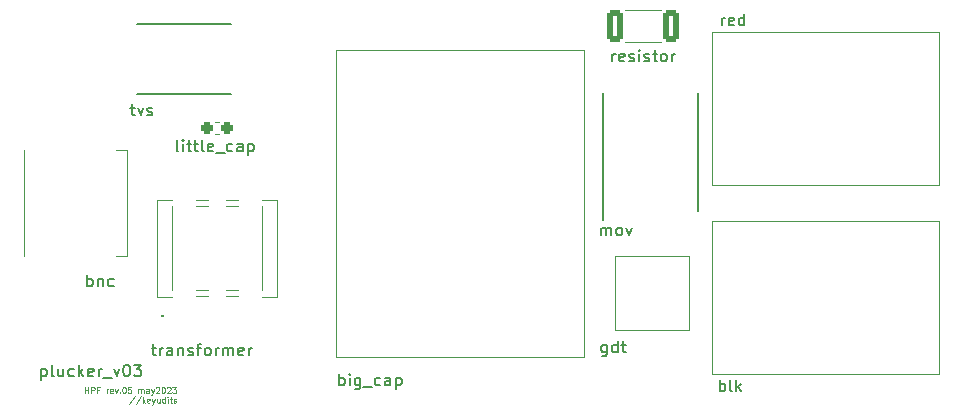
<source format=gto>
G04 #@! TF.GenerationSoftware,KiCad,Pcbnew,(6.0.9-0)*
G04 #@! TF.CreationDate,2023-06-22T13:59:50-04:00*
G04 #@! TF.ProjectId,plucker_v03,706c7563-6b65-4725-9f76-30332e6b6963,rev?*
G04 #@! TF.SameCoordinates,Original*
G04 #@! TF.FileFunction,Legend,Top*
G04 #@! TF.FilePolarity,Positive*
%FSLAX46Y46*%
G04 Gerber Fmt 4.6, Leading zero omitted, Abs format (unit mm)*
G04 Created by KiCad (PCBNEW (6.0.9-0)) date 2023-06-22 13:59:50*
%MOMM*%
%LPD*%
G01*
G04 APERTURE LIST*
G04 Aperture macros list*
%AMRoundRect*
0 Rectangle with rounded corners*
0 $1 Rounding radius*
0 $2 $3 $4 $5 $6 $7 $8 $9 X,Y pos of 4 corners*
0 Add a 4 corners polygon primitive as box body*
4,1,4,$2,$3,$4,$5,$6,$7,$8,$9,$2,$3,0*
0 Add four circle primitives for the rounded corners*
1,1,$1+$1,$2,$3*
1,1,$1+$1,$4,$5*
1,1,$1+$1,$6,$7*
1,1,$1+$1,$8,$9*
0 Add four rect primitives between the rounded corners*
20,1,$1+$1,$2,$3,$4,$5,0*
20,1,$1+$1,$4,$5,$6,$7,0*
20,1,$1+$1,$6,$7,$8,$9,0*
20,1,$1+$1,$8,$9,$2,$3,0*%
G04 Aperture macros list end*
%ADD10C,0.150000*%
%ADD11C,0.100000*%
%ADD12C,0.120000*%
%ADD13C,0.200000*%
%ADD14RoundRect,0.237500X0.287500X0.237500X-0.287500X0.237500X-0.287500X-0.237500X0.287500X-0.237500X0*%
%ADD15C,1.524000*%
%ADD16R,1.620000X3.375000*%
%ADD17R,1.200000X3.375000*%
%ADD18C,3.200000*%
%ADD19C,2.300000*%
%ADD20R,2.200000X3.150000*%
%ADD21R,3.200000X2.750000*%
%ADD22RoundRect,0.249999X0.450001X1.075001X-0.450001X1.075001X-0.450001X-1.075001X0.450001X-1.075001X0*%
%ADD23R,5.000000X1.300000*%
%ADD24C,1.755000*%
%ADD25C,2.025000*%
G04 APERTURE END LIST*
D10*
X119923494Y-100528380D02*
X119828256Y-100480761D01*
X119780637Y-100385523D01*
X119780637Y-99528380D01*
X120304447Y-100528380D02*
X120304447Y-99861714D01*
X120304447Y-99528380D02*
X120256828Y-99576000D01*
X120304447Y-99623619D01*
X120352066Y-99576000D01*
X120304447Y-99528380D01*
X120304447Y-99623619D01*
X120637780Y-99861714D02*
X121018733Y-99861714D01*
X120780637Y-99528380D02*
X120780637Y-100385523D01*
X120828256Y-100480761D01*
X120923494Y-100528380D01*
X121018733Y-100528380D01*
X121209209Y-99861714D02*
X121590161Y-99861714D01*
X121352066Y-99528380D02*
X121352066Y-100385523D01*
X121399685Y-100480761D01*
X121494923Y-100528380D01*
X121590161Y-100528380D01*
X122066352Y-100528380D02*
X121971113Y-100480761D01*
X121923494Y-100385523D01*
X121923494Y-99528380D01*
X122828256Y-100480761D02*
X122733018Y-100528380D01*
X122542542Y-100528380D01*
X122447304Y-100480761D01*
X122399685Y-100385523D01*
X122399685Y-100004571D01*
X122447304Y-99909333D01*
X122542542Y-99861714D01*
X122733018Y-99861714D01*
X122828256Y-99909333D01*
X122875875Y-100004571D01*
X122875875Y-100099809D01*
X122399685Y-100195047D01*
X123066352Y-100623619D02*
X123828256Y-100623619D01*
X124494923Y-100480761D02*
X124399685Y-100528380D01*
X124209209Y-100528380D01*
X124113971Y-100480761D01*
X124066352Y-100433142D01*
X124018733Y-100337904D01*
X124018733Y-100052190D01*
X124066352Y-99956952D01*
X124113971Y-99909333D01*
X124209209Y-99861714D01*
X124399685Y-99861714D01*
X124494923Y-99909333D01*
X125352066Y-100528380D02*
X125352066Y-100004571D01*
X125304447Y-99909333D01*
X125209209Y-99861714D01*
X125018733Y-99861714D01*
X124923494Y-99909333D01*
X125352066Y-100480761D02*
X125256828Y-100528380D01*
X125018733Y-100528380D01*
X124923494Y-100480761D01*
X124875875Y-100385523D01*
X124875875Y-100290285D01*
X124923494Y-100195047D01*
X125018733Y-100147428D01*
X125256828Y-100147428D01*
X125352066Y-100099809D01*
X125828256Y-99861714D02*
X125828256Y-100861714D01*
X125828256Y-99909333D02*
X125923494Y-99861714D01*
X126113971Y-99861714D01*
X126209209Y-99909333D01*
X126256828Y-99956952D01*
X126304447Y-100052190D01*
X126304447Y-100337904D01*
X126256828Y-100433142D01*
X126209209Y-100480761D01*
X126113971Y-100528380D01*
X125923494Y-100528380D01*
X125828256Y-100480761D01*
X117658095Y-117133714D02*
X118039047Y-117133714D01*
X117800952Y-116800380D02*
X117800952Y-117657523D01*
X117848571Y-117752761D01*
X117943809Y-117800380D01*
X118039047Y-117800380D01*
X118372380Y-117800380D02*
X118372380Y-117133714D01*
X118372380Y-117324190D02*
X118420000Y-117228952D01*
X118467619Y-117181333D01*
X118562857Y-117133714D01*
X118658095Y-117133714D01*
X119420000Y-117800380D02*
X119420000Y-117276571D01*
X119372380Y-117181333D01*
X119277142Y-117133714D01*
X119086666Y-117133714D01*
X118991428Y-117181333D01*
X119420000Y-117752761D02*
X119324761Y-117800380D01*
X119086666Y-117800380D01*
X118991428Y-117752761D01*
X118943809Y-117657523D01*
X118943809Y-117562285D01*
X118991428Y-117467047D01*
X119086666Y-117419428D01*
X119324761Y-117419428D01*
X119420000Y-117371809D01*
X119896190Y-117133714D02*
X119896190Y-117800380D01*
X119896190Y-117228952D02*
X119943809Y-117181333D01*
X120039047Y-117133714D01*
X120181904Y-117133714D01*
X120277142Y-117181333D01*
X120324761Y-117276571D01*
X120324761Y-117800380D01*
X120753333Y-117752761D02*
X120848571Y-117800380D01*
X121039047Y-117800380D01*
X121134285Y-117752761D01*
X121181904Y-117657523D01*
X121181904Y-117609904D01*
X121134285Y-117514666D01*
X121039047Y-117467047D01*
X120896190Y-117467047D01*
X120800952Y-117419428D01*
X120753333Y-117324190D01*
X120753333Y-117276571D01*
X120800952Y-117181333D01*
X120896190Y-117133714D01*
X121039047Y-117133714D01*
X121134285Y-117181333D01*
X121467619Y-117133714D02*
X121848571Y-117133714D01*
X121610476Y-117800380D02*
X121610476Y-116943238D01*
X121658095Y-116848000D01*
X121753333Y-116800380D01*
X121848571Y-116800380D01*
X122324761Y-117800380D02*
X122229523Y-117752761D01*
X122181904Y-117705142D01*
X122134285Y-117609904D01*
X122134285Y-117324190D01*
X122181904Y-117228952D01*
X122229523Y-117181333D01*
X122324761Y-117133714D01*
X122467619Y-117133714D01*
X122562857Y-117181333D01*
X122610476Y-117228952D01*
X122658095Y-117324190D01*
X122658095Y-117609904D01*
X122610476Y-117705142D01*
X122562857Y-117752761D01*
X122467619Y-117800380D01*
X122324761Y-117800380D01*
X123086666Y-117800380D02*
X123086666Y-117133714D01*
X123086666Y-117324190D02*
X123134285Y-117228952D01*
X123181904Y-117181333D01*
X123277142Y-117133714D01*
X123372380Y-117133714D01*
X123705714Y-117800380D02*
X123705714Y-117133714D01*
X123705714Y-117228952D02*
X123753333Y-117181333D01*
X123848571Y-117133714D01*
X123991428Y-117133714D01*
X124086666Y-117181333D01*
X124134285Y-117276571D01*
X124134285Y-117800380D01*
X124134285Y-117276571D02*
X124181904Y-117181333D01*
X124277142Y-117133714D01*
X124420000Y-117133714D01*
X124515238Y-117181333D01*
X124562857Y-117276571D01*
X124562857Y-117800380D01*
X125420000Y-117752761D02*
X125324761Y-117800380D01*
X125134285Y-117800380D01*
X125039047Y-117752761D01*
X124991428Y-117657523D01*
X124991428Y-117276571D01*
X125039047Y-117181333D01*
X125134285Y-117133714D01*
X125324761Y-117133714D01*
X125420000Y-117181333D01*
X125467619Y-117276571D01*
X125467619Y-117371809D01*
X124991428Y-117467047D01*
X125896190Y-117800380D02*
X125896190Y-117133714D01*
X125896190Y-117324190D02*
X125943809Y-117228952D01*
X125991428Y-117181333D01*
X126086666Y-117133714D01*
X126181904Y-117133714D01*
X165925619Y-89860380D02*
X165925619Y-89193714D01*
X165925619Y-89384190D02*
X165973238Y-89288952D01*
X166020857Y-89241333D01*
X166116095Y-89193714D01*
X166211333Y-89193714D01*
X166925619Y-89812761D02*
X166830380Y-89860380D01*
X166639904Y-89860380D01*
X166544666Y-89812761D01*
X166497047Y-89717523D01*
X166497047Y-89336571D01*
X166544666Y-89241333D01*
X166639904Y-89193714D01*
X166830380Y-89193714D01*
X166925619Y-89241333D01*
X166973238Y-89336571D01*
X166973238Y-89431809D01*
X166497047Y-89527047D01*
X167830380Y-89860380D02*
X167830380Y-88860380D01*
X167830380Y-89812761D02*
X167735142Y-89860380D01*
X167544666Y-89860380D01*
X167449428Y-89812761D01*
X167401809Y-89765142D01*
X167354190Y-89669904D01*
X167354190Y-89384190D01*
X167401809Y-89288952D01*
X167449428Y-89241333D01*
X167544666Y-89193714D01*
X167735142Y-89193714D01*
X167830380Y-89241333D01*
X108307714Y-118911714D02*
X108307714Y-119911714D01*
X108307714Y-118959333D02*
X108402952Y-118911714D01*
X108593428Y-118911714D01*
X108688666Y-118959333D01*
X108736285Y-119006952D01*
X108783904Y-119102190D01*
X108783904Y-119387904D01*
X108736285Y-119483142D01*
X108688666Y-119530761D01*
X108593428Y-119578380D01*
X108402952Y-119578380D01*
X108307714Y-119530761D01*
X109355333Y-119578380D02*
X109260095Y-119530761D01*
X109212476Y-119435523D01*
X109212476Y-118578380D01*
X110164857Y-118911714D02*
X110164857Y-119578380D01*
X109736285Y-118911714D02*
X109736285Y-119435523D01*
X109783904Y-119530761D01*
X109879142Y-119578380D01*
X110022000Y-119578380D01*
X110117238Y-119530761D01*
X110164857Y-119483142D01*
X111069619Y-119530761D02*
X110974380Y-119578380D01*
X110783904Y-119578380D01*
X110688666Y-119530761D01*
X110641047Y-119483142D01*
X110593428Y-119387904D01*
X110593428Y-119102190D01*
X110641047Y-119006952D01*
X110688666Y-118959333D01*
X110783904Y-118911714D01*
X110974380Y-118911714D01*
X111069619Y-118959333D01*
X111498190Y-119578380D02*
X111498190Y-118578380D01*
X111593428Y-119197428D02*
X111879142Y-119578380D01*
X111879142Y-118911714D02*
X111498190Y-119292666D01*
X112688666Y-119530761D02*
X112593428Y-119578380D01*
X112402952Y-119578380D01*
X112307714Y-119530761D01*
X112260095Y-119435523D01*
X112260095Y-119054571D01*
X112307714Y-118959333D01*
X112402952Y-118911714D01*
X112593428Y-118911714D01*
X112688666Y-118959333D01*
X112736285Y-119054571D01*
X112736285Y-119149809D01*
X112260095Y-119245047D01*
X113164857Y-119578380D02*
X113164857Y-118911714D01*
X113164857Y-119102190D02*
X113212476Y-119006952D01*
X113260095Y-118959333D01*
X113355333Y-118911714D01*
X113450571Y-118911714D01*
X113545809Y-119673619D02*
X114307714Y-119673619D01*
X114450571Y-118911714D02*
X114688666Y-119578380D01*
X114926761Y-118911714D01*
X115498190Y-118578380D02*
X115593428Y-118578380D01*
X115688666Y-118626000D01*
X115736285Y-118673619D01*
X115783904Y-118768857D01*
X115831523Y-118959333D01*
X115831523Y-119197428D01*
X115783904Y-119387904D01*
X115736285Y-119483142D01*
X115688666Y-119530761D01*
X115593428Y-119578380D01*
X115498190Y-119578380D01*
X115402952Y-119530761D01*
X115355333Y-119483142D01*
X115307714Y-119387904D01*
X115260095Y-119197428D01*
X115260095Y-118959333D01*
X115307714Y-118768857D01*
X115355333Y-118673619D01*
X115402952Y-118626000D01*
X115498190Y-118578380D01*
X116164857Y-118578380D02*
X116783904Y-118578380D01*
X116450571Y-118959333D01*
X116593428Y-118959333D01*
X116688666Y-119006952D01*
X116736285Y-119054571D01*
X116783904Y-119149809D01*
X116783904Y-119387904D01*
X116736285Y-119483142D01*
X116688666Y-119530761D01*
X116593428Y-119578380D01*
X116307714Y-119578380D01*
X116212476Y-119530761D01*
X116164857Y-119483142D01*
X133524952Y-120340380D02*
X133524952Y-119340380D01*
X133524952Y-119721333D02*
X133620190Y-119673714D01*
X133810666Y-119673714D01*
X133905904Y-119721333D01*
X133953523Y-119768952D01*
X134001142Y-119864190D01*
X134001142Y-120149904D01*
X133953523Y-120245142D01*
X133905904Y-120292761D01*
X133810666Y-120340380D01*
X133620190Y-120340380D01*
X133524952Y-120292761D01*
X134429714Y-120340380D02*
X134429714Y-119673714D01*
X134429714Y-119340380D02*
X134382095Y-119388000D01*
X134429714Y-119435619D01*
X134477333Y-119388000D01*
X134429714Y-119340380D01*
X134429714Y-119435619D01*
X135334476Y-119673714D02*
X135334476Y-120483238D01*
X135286857Y-120578476D01*
X135239238Y-120626095D01*
X135144000Y-120673714D01*
X135001142Y-120673714D01*
X134905904Y-120626095D01*
X135334476Y-120292761D02*
X135239238Y-120340380D01*
X135048761Y-120340380D01*
X134953523Y-120292761D01*
X134905904Y-120245142D01*
X134858285Y-120149904D01*
X134858285Y-119864190D01*
X134905904Y-119768952D01*
X134953523Y-119721333D01*
X135048761Y-119673714D01*
X135239238Y-119673714D01*
X135334476Y-119721333D01*
X135572571Y-120435619D02*
X136334476Y-120435619D01*
X137001142Y-120292761D02*
X136905904Y-120340380D01*
X136715428Y-120340380D01*
X136620190Y-120292761D01*
X136572571Y-120245142D01*
X136524952Y-120149904D01*
X136524952Y-119864190D01*
X136572571Y-119768952D01*
X136620190Y-119721333D01*
X136715428Y-119673714D01*
X136905904Y-119673714D01*
X137001142Y-119721333D01*
X137858285Y-120340380D02*
X137858285Y-119816571D01*
X137810666Y-119721333D01*
X137715428Y-119673714D01*
X137524952Y-119673714D01*
X137429714Y-119721333D01*
X137858285Y-120292761D02*
X137763047Y-120340380D01*
X137524952Y-120340380D01*
X137429714Y-120292761D01*
X137382095Y-120197523D01*
X137382095Y-120102285D01*
X137429714Y-120007047D01*
X137524952Y-119959428D01*
X137763047Y-119959428D01*
X137858285Y-119911809D01*
X138334476Y-119673714D02*
X138334476Y-120673714D01*
X138334476Y-119721333D02*
X138429714Y-119673714D01*
X138620190Y-119673714D01*
X138715428Y-119721333D01*
X138763047Y-119768952D01*
X138810666Y-119864190D01*
X138810666Y-120149904D01*
X138763047Y-120245142D01*
X138715428Y-120292761D01*
X138620190Y-120340380D01*
X138429714Y-120340380D01*
X138334476Y-120292761D01*
X165743047Y-120848380D02*
X165743047Y-119848380D01*
X165743047Y-120229333D02*
X165838285Y-120181714D01*
X166028761Y-120181714D01*
X166124000Y-120229333D01*
X166171619Y-120276952D01*
X166219238Y-120372190D01*
X166219238Y-120657904D01*
X166171619Y-120753142D01*
X166124000Y-120800761D01*
X166028761Y-120848380D01*
X165838285Y-120848380D01*
X165743047Y-120800761D01*
X166790666Y-120848380D02*
X166695428Y-120800761D01*
X166647809Y-120705523D01*
X166647809Y-119848380D01*
X167171619Y-120848380D02*
X167171619Y-119848380D01*
X167266857Y-120467428D02*
X167552571Y-120848380D01*
X167552571Y-120181714D02*
X167171619Y-120562666D01*
X155710095Y-107640380D02*
X155710095Y-106973714D01*
X155710095Y-107068952D02*
X155757714Y-107021333D01*
X155852952Y-106973714D01*
X155995809Y-106973714D01*
X156091047Y-107021333D01*
X156138666Y-107116571D01*
X156138666Y-107640380D01*
X156138666Y-107116571D02*
X156186285Y-107021333D01*
X156281523Y-106973714D01*
X156424380Y-106973714D01*
X156519619Y-107021333D01*
X156567238Y-107116571D01*
X156567238Y-107640380D01*
X157186285Y-107640380D02*
X157091047Y-107592761D01*
X157043428Y-107545142D01*
X156995809Y-107449904D01*
X156995809Y-107164190D01*
X157043428Y-107068952D01*
X157091047Y-107021333D01*
X157186285Y-106973714D01*
X157329142Y-106973714D01*
X157424380Y-107021333D01*
X157472000Y-107068952D01*
X157519619Y-107164190D01*
X157519619Y-107449904D01*
X157472000Y-107545142D01*
X157424380Y-107592761D01*
X157329142Y-107640380D01*
X157186285Y-107640380D01*
X157852952Y-106973714D02*
X158091047Y-107640380D01*
X158329142Y-106973714D01*
X156662761Y-92908380D02*
X156662761Y-92241714D01*
X156662761Y-92432190D02*
X156710380Y-92336952D01*
X156758000Y-92289333D01*
X156853238Y-92241714D01*
X156948476Y-92241714D01*
X157662761Y-92860761D02*
X157567523Y-92908380D01*
X157377047Y-92908380D01*
X157281809Y-92860761D01*
X157234190Y-92765523D01*
X157234190Y-92384571D01*
X157281809Y-92289333D01*
X157377047Y-92241714D01*
X157567523Y-92241714D01*
X157662761Y-92289333D01*
X157710380Y-92384571D01*
X157710380Y-92479809D01*
X157234190Y-92575047D01*
X158091333Y-92860761D02*
X158186571Y-92908380D01*
X158377047Y-92908380D01*
X158472285Y-92860761D01*
X158519904Y-92765523D01*
X158519904Y-92717904D01*
X158472285Y-92622666D01*
X158377047Y-92575047D01*
X158234190Y-92575047D01*
X158138952Y-92527428D01*
X158091333Y-92432190D01*
X158091333Y-92384571D01*
X158138952Y-92289333D01*
X158234190Y-92241714D01*
X158377047Y-92241714D01*
X158472285Y-92289333D01*
X158948476Y-92908380D02*
X158948476Y-92241714D01*
X158948476Y-91908380D02*
X158900857Y-91956000D01*
X158948476Y-92003619D01*
X158996095Y-91956000D01*
X158948476Y-91908380D01*
X158948476Y-92003619D01*
X159377047Y-92860761D02*
X159472285Y-92908380D01*
X159662761Y-92908380D01*
X159758000Y-92860761D01*
X159805619Y-92765523D01*
X159805619Y-92717904D01*
X159758000Y-92622666D01*
X159662761Y-92575047D01*
X159519904Y-92575047D01*
X159424666Y-92527428D01*
X159377047Y-92432190D01*
X159377047Y-92384571D01*
X159424666Y-92289333D01*
X159519904Y-92241714D01*
X159662761Y-92241714D01*
X159758000Y-92289333D01*
X160091333Y-92241714D02*
X160472285Y-92241714D01*
X160234190Y-91908380D02*
X160234190Y-92765523D01*
X160281809Y-92860761D01*
X160377047Y-92908380D01*
X160472285Y-92908380D01*
X160948476Y-92908380D02*
X160853238Y-92860761D01*
X160805619Y-92813142D01*
X160758000Y-92717904D01*
X160758000Y-92432190D01*
X160805619Y-92336952D01*
X160853238Y-92289333D01*
X160948476Y-92241714D01*
X161091333Y-92241714D01*
X161186571Y-92289333D01*
X161234190Y-92336952D01*
X161281809Y-92432190D01*
X161281809Y-92717904D01*
X161234190Y-92813142D01*
X161186571Y-92860761D01*
X161091333Y-92908380D01*
X160948476Y-92908380D01*
X161710380Y-92908380D02*
X161710380Y-92241714D01*
X161710380Y-92432190D02*
X161758000Y-92336952D01*
X161805619Y-92289333D01*
X161900857Y-92241714D01*
X161996095Y-92241714D01*
X115863809Y-96813714D02*
X116244761Y-96813714D01*
X116006666Y-96480380D02*
X116006666Y-97337523D01*
X116054285Y-97432761D01*
X116149523Y-97480380D01*
X116244761Y-97480380D01*
X116482857Y-96813714D02*
X116720952Y-97480380D01*
X116959047Y-96813714D01*
X117292380Y-97432761D02*
X117387619Y-97480380D01*
X117578095Y-97480380D01*
X117673333Y-97432761D01*
X117720952Y-97337523D01*
X117720952Y-97289904D01*
X117673333Y-97194666D01*
X117578095Y-97147047D01*
X117435238Y-97147047D01*
X117340000Y-97099428D01*
X117292380Y-97004190D01*
X117292380Y-96956571D01*
X117340000Y-96861333D01*
X117435238Y-96813714D01*
X117578095Y-96813714D01*
X117673333Y-96861333D01*
X112188761Y-111958380D02*
X112188761Y-110958380D01*
X112188761Y-111339333D02*
X112284000Y-111291714D01*
X112474476Y-111291714D01*
X112569714Y-111339333D01*
X112617333Y-111386952D01*
X112664952Y-111482190D01*
X112664952Y-111767904D01*
X112617333Y-111863142D01*
X112569714Y-111910761D01*
X112474476Y-111958380D01*
X112284000Y-111958380D01*
X112188761Y-111910761D01*
X113093523Y-111291714D02*
X113093523Y-111958380D01*
X113093523Y-111386952D02*
X113141142Y-111339333D01*
X113236380Y-111291714D01*
X113379238Y-111291714D01*
X113474476Y-111339333D01*
X113522095Y-111434571D01*
X113522095Y-111958380D01*
X114426857Y-111910761D02*
X114331619Y-111958380D01*
X114141142Y-111958380D01*
X114045904Y-111910761D01*
X113998285Y-111863142D01*
X113950666Y-111767904D01*
X113950666Y-111482190D01*
X113998285Y-111386952D01*
X114045904Y-111339333D01*
X114141142Y-111291714D01*
X114331619Y-111291714D01*
X114426857Y-111339333D01*
X156194190Y-116879714D02*
X156194190Y-117689238D01*
X156146571Y-117784476D01*
X156098952Y-117832095D01*
X156003714Y-117879714D01*
X155860857Y-117879714D01*
X155765619Y-117832095D01*
X156194190Y-117498761D02*
X156098952Y-117546380D01*
X155908476Y-117546380D01*
X155813238Y-117498761D01*
X155765619Y-117451142D01*
X155718000Y-117355904D01*
X155718000Y-117070190D01*
X155765619Y-116974952D01*
X155813238Y-116927333D01*
X155908476Y-116879714D01*
X156098952Y-116879714D01*
X156194190Y-116927333D01*
X157098952Y-117546380D02*
X157098952Y-116546380D01*
X157098952Y-117498761D02*
X157003714Y-117546380D01*
X156813238Y-117546380D01*
X156718000Y-117498761D01*
X156670380Y-117451142D01*
X156622761Y-117355904D01*
X156622761Y-117070190D01*
X156670380Y-116974952D01*
X156718000Y-116927333D01*
X156813238Y-116879714D01*
X157003714Y-116879714D01*
X157098952Y-116927333D01*
X157432285Y-116879714D02*
X157813238Y-116879714D01*
X157575142Y-116546380D02*
X157575142Y-117403523D01*
X157622761Y-117498761D01*
X157718000Y-117546380D01*
X157813238Y-117546380D01*
D11*
X112013476Y-120981690D02*
X112013476Y-120481690D01*
X112013476Y-120719785D02*
X112299190Y-120719785D01*
X112299190Y-120981690D02*
X112299190Y-120481690D01*
X112537285Y-120981690D02*
X112537285Y-120481690D01*
X112727761Y-120481690D01*
X112775380Y-120505500D01*
X112799190Y-120529309D01*
X112823000Y-120576928D01*
X112823000Y-120648357D01*
X112799190Y-120695976D01*
X112775380Y-120719785D01*
X112727761Y-120743595D01*
X112537285Y-120743595D01*
X113203952Y-120719785D02*
X113037285Y-120719785D01*
X113037285Y-120981690D02*
X113037285Y-120481690D01*
X113275380Y-120481690D01*
X113846809Y-120981690D02*
X113846809Y-120648357D01*
X113846809Y-120743595D02*
X113870619Y-120695976D01*
X113894428Y-120672166D01*
X113942047Y-120648357D01*
X113989666Y-120648357D01*
X114346809Y-120957880D02*
X114299190Y-120981690D01*
X114203952Y-120981690D01*
X114156333Y-120957880D01*
X114132523Y-120910261D01*
X114132523Y-120719785D01*
X114156333Y-120672166D01*
X114203952Y-120648357D01*
X114299190Y-120648357D01*
X114346809Y-120672166D01*
X114370619Y-120719785D01*
X114370619Y-120767404D01*
X114132523Y-120815023D01*
X114537285Y-120648357D02*
X114656333Y-120981690D01*
X114775380Y-120648357D01*
X114965857Y-120934071D02*
X114989666Y-120957880D01*
X114965857Y-120981690D01*
X114942047Y-120957880D01*
X114965857Y-120934071D01*
X114965857Y-120981690D01*
X115299190Y-120481690D02*
X115346809Y-120481690D01*
X115394428Y-120505500D01*
X115418238Y-120529309D01*
X115442047Y-120576928D01*
X115465857Y-120672166D01*
X115465857Y-120791214D01*
X115442047Y-120886452D01*
X115418238Y-120934071D01*
X115394428Y-120957880D01*
X115346809Y-120981690D01*
X115299190Y-120981690D01*
X115251571Y-120957880D01*
X115227761Y-120934071D01*
X115203952Y-120886452D01*
X115180142Y-120791214D01*
X115180142Y-120672166D01*
X115203952Y-120576928D01*
X115227761Y-120529309D01*
X115251571Y-120505500D01*
X115299190Y-120481690D01*
X115918238Y-120481690D02*
X115680142Y-120481690D01*
X115656333Y-120719785D01*
X115680142Y-120695976D01*
X115727761Y-120672166D01*
X115846809Y-120672166D01*
X115894428Y-120695976D01*
X115918238Y-120719785D01*
X115942047Y-120767404D01*
X115942047Y-120886452D01*
X115918238Y-120934071D01*
X115894428Y-120957880D01*
X115846809Y-120981690D01*
X115727761Y-120981690D01*
X115680142Y-120957880D01*
X115656333Y-120934071D01*
X116537285Y-120981690D02*
X116537285Y-120648357D01*
X116537285Y-120695976D02*
X116561095Y-120672166D01*
X116608714Y-120648357D01*
X116680142Y-120648357D01*
X116727761Y-120672166D01*
X116751571Y-120719785D01*
X116751571Y-120981690D01*
X116751571Y-120719785D02*
X116775380Y-120672166D01*
X116823000Y-120648357D01*
X116894428Y-120648357D01*
X116942047Y-120672166D01*
X116965857Y-120719785D01*
X116965857Y-120981690D01*
X117418238Y-120981690D02*
X117418238Y-120719785D01*
X117394428Y-120672166D01*
X117346809Y-120648357D01*
X117251571Y-120648357D01*
X117203952Y-120672166D01*
X117418238Y-120957880D02*
X117370619Y-120981690D01*
X117251571Y-120981690D01*
X117203952Y-120957880D01*
X117180142Y-120910261D01*
X117180142Y-120862642D01*
X117203952Y-120815023D01*
X117251571Y-120791214D01*
X117370619Y-120791214D01*
X117418238Y-120767404D01*
X117608714Y-120648357D02*
X117727761Y-120981690D01*
X117846809Y-120648357D02*
X117727761Y-120981690D01*
X117680142Y-121100738D01*
X117656333Y-121124547D01*
X117608714Y-121148357D01*
X118013476Y-120529309D02*
X118037285Y-120505500D01*
X118084904Y-120481690D01*
X118203952Y-120481690D01*
X118251571Y-120505500D01*
X118275380Y-120529309D01*
X118299190Y-120576928D01*
X118299190Y-120624547D01*
X118275380Y-120695976D01*
X117989666Y-120981690D01*
X118299190Y-120981690D01*
X118608714Y-120481690D02*
X118656333Y-120481690D01*
X118703952Y-120505500D01*
X118727761Y-120529309D01*
X118751571Y-120576928D01*
X118775380Y-120672166D01*
X118775380Y-120791214D01*
X118751571Y-120886452D01*
X118727761Y-120934071D01*
X118703952Y-120957880D01*
X118656333Y-120981690D01*
X118608714Y-120981690D01*
X118561095Y-120957880D01*
X118537285Y-120934071D01*
X118513476Y-120886452D01*
X118489666Y-120791214D01*
X118489666Y-120672166D01*
X118513476Y-120576928D01*
X118537285Y-120529309D01*
X118561095Y-120505500D01*
X118608714Y-120481690D01*
X118965857Y-120529309D02*
X118989666Y-120505500D01*
X119037285Y-120481690D01*
X119156333Y-120481690D01*
X119203952Y-120505500D01*
X119227761Y-120529309D01*
X119251571Y-120576928D01*
X119251571Y-120624547D01*
X119227761Y-120695976D01*
X118942047Y-120981690D01*
X119251571Y-120981690D01*
X119418238Y-120481690D02*
X119727761Y-120481690D01*
X119561095Y-120672166D01*
X119632523Y-120672166D01*
X119680142Y-120695976D01*
X119703952Y-120719785D01*
X119727761Y-120767404D01*
X119727761Y-120886452D01*
X119703952Y-120934071D01*
X119680142Y-120957880D01*
X119632523Y-120981690D01*
X119489666Y-120981690D01*
X119442047Y-120957880D01*
X119418238Y-120934071D01*
X116203952Y-121262880D02*
X115775380Y-121905738D01*
X116727761Y-121262880D02*
X116299190Y-121905738D01*
X116894428Y-121786690D02*
X116894428Y-121286690D01*
X116942047Y-121596214D02*
X117084904Y-121786690D01*
X117084904Y-121453357D02*
X116894428Y-121643833D01*
X117489666Y-121762880D02*
X117442047Y-121786690D01*
X117346809Y-121786690D01*
X117299190Y-121762880D01*
X117275380Y-121715261D01*
X117275380Y-121524785D01*
X117299190Y-121477166D01*
X117346809Y-121453357D01*
X117442047Y-121453357D01*
X117489666Y-121477166D01*
X117513476Y-121524785D01*
X117513476Y-121572404D01*
X117275380Y-121620023D01*
X117680142Y-121453357D02*
X117799190Y-121786690D01*
X117918238Y-121453357D02*
X117799190Y-121786690D01*
X117751571Y-121905738D01*
X117727761Y-121929547D01*
X117680142Y-121953357D01*
X118323000Y-121453357D02*
X118323000Y-121786690D01*
X118108714Y-121453357D02*
X118108714Y-121715261D01*
X118132523Y-121762880D01*
X118180142Y-121786690D01*
X118251571Y-121786690D01*
X118299190Y-121762880D01*
X118323000Y-121739071D01*
X118775380Y-121786690D02*
X118775380Y-121286690D01*
X118775380Y-121762880D02*
X118727761Y-121786690D01*
X118632523Y-121786690D01*
X118584904Y-121762880D01*
X118561095Y-121739071D01*
X118537285Y-121691452D01*
X118537285Y-121548595D01*
X118561095Y-121500976D01*
X118584904Y-121477166D01*
X118632523Y-121453357D01*
X118727761Y-121453357D01*
X118775380Y-121477166D01*
X119013476Y-121786690D02*
X119013476Y-121453357D01*
X119013476Y-121286690D02*
X118989666Y-121310500D01*
X119013476Y-121334309D01*
X119037285Y-121310500D01*
X119013476Y-121286690D01*
X119013476Y-121334309D01*
X119180142Y-121453357D02*
X119370619Y-121453357D01*
X119251571Y-121286690D02*
X119251571Y-121715261D01*
X119275380Y-121762880D01*
X119323000Y-121786690D01*
X119370619Y-121786690D01*
X119513476Y-121762880D02*
X119561095Y-121786690D01*
X119656333Y-121786690D01*
X119703952Y-121762880D01*
X119727761Y-121715261D01*
X119727761Y-121691452D01*
X119703952Y-121643833D01*
X119656333Y-121620023D01*
X119584904Y-121620023D01*
X119537285Y-121596214D01*
X119513476Y-121548595D01*
X119513476Y-121524785D01*
X119537285Y-121477166D01*
X119584904Y-121453357D01*
X119656333Y-121453357D01*
X119703952Y-121477166D01*
D12*
X123361267Y-98042000D02*
X123018733Y-98042000D01*
X123361267Y-99062000D02*
X123018733Y-99062000D01*
X133296000Y-91902000D02*
X133296000Y-117902000D01*
X154296000Y-91902000D02*
X154296000Y-117902000D01*
X133296000Y-117902000D02*
X154296000Y-117902000D01*
X133296000Y-91902000D02*
X154296000Y-91902000D01*
X119380000Y-112268000D02*
X119380000Y-105156000D01*
D11*
X121412000Y-112770000D02*
X122428000Y-112770000D01*
X119380000Y-112812000D02*
X118110000Y-112812000D01*
X121412000Y-112262000D02*
X122428000Y-112262000D01*
X121412000Y-104642000D02*
X122428000Y-104642000D01*
X128270000Y-104612000D02*
X128270000Y-112812000D01*
D13*
X118618000Y-114427000D02*
X118618000Y-114427000D01*
D12*
X127000000Y-112268000D02*
X127000000Y-105156000D01*
D11*
X123952000Y-112770000D02*
X124968000Y-112770000D01*
X118110000Y-112812000D02*
X118110000Y-104612000D01*
D13*
X118618000Y-114427000D02*
X118618000Y-114427000D01*
D11*
X118110000Y-104612000D02*
X119380000Y-104612000D01*
D13*
X118518000Y-114427000D02*
X118518000Y-114427000D01*
D11*
X123952000Y-112262000D02*
X124968000Y-112262000D01*
X123952000Y-105150000D02*
X124968000Y-105150000D01*
X128270000Y-112812000D02*
X127000000Y-112812000D01*
X123952000Y-104642000D02*
X124968000Y-104642000D01*
X121412000Y-105150000D02*
X122428000Y-105150000D01*
X127000000Y-104612000D02*
X128270000Y-104612000D01*
D13*
X118618000Y-114427000D02*
G75*
G03*
X118518000Y-114427000I-50000J0D01*
G01*
X118618000Y-114427000D02*
G75*
G03*
X118518000Y-114427000I-50000J0D01*
G01*
X118518000Y-114427000D02*
G75*
G03*
X118618000Y-114427000I50000J0D01*
G01*
D12*
X184296000Y-90402000D02*
X165096000Y-90402000D01*
X165096000Y-103402000D02*
X184296000Y-103402000D01*
X165096000Y-90402000D02*
X165096000Y-103402000D01*
X184296000Y-90402000D02*
X184296000Y-103402000D01*
D13*
X116426000Y-95662000D02*
X124366000Y-95662000D01*
X124366000Y-89758000D02*
X116426000Y-89758000D01*
X155893000Y-95584000D02*
X155893000Y-106359000D01*
X163893000Y-105584000D02*
X163893000Y-95584000D01*
D12*
X160785064Y-88556000D02*
X157730936Y-88556000D01*
X160785064Y-91276000D02*
X157730936Y-91276000D01*
D11*
X156920000Y-115622000D02*
X156920000Y-109422000D01*
X163120000Y-115622000D02*
X156920000Y-115622000D01*
X163120000Y-109422000D02*
X163120000Y-115622000D01*
X156920000Y-109422000D02*
X163120000Y-109422000D01*
D12*
X184296000Y-106402000D02*
X184296000Y-119402000D01*
X165096000Y-119402000D02*
X184296000Y-119402000D01*
X165096000Y-106402000D02*
X165096000Y-119402000D01*
X184296000Y-106402000D02*
X165096000Y-106402000D01*
D11*
X115606000Y-109402000D02*
X115606000Y-100402000D01*
X106806000Y-109402000D02*
X106806000Y-100402000D01*
X114606000Y-109402000D02*
X115606000Y-109402000D01*
X115606000Y-100402000D02*
X114606000Y-100402000D01*
%LPC*%
D14*
X124065000Y-98552000D03*
X122315000Y-98552000D03*
D15*
X131296000Y-113538000D03*
X131296000Y-93652000D03*
D16*
X120350000Y-113622000D03*
D17*
X123190000Y-113622000D03*
D16*
X126030000Y-113622000D03*
X126030000Y-103802000D03*
D17*
X123190000Y-103802000D03*
D16*
X120350000Y-103802000D03*
D18*
X170796000Y-96902000D03*
D19*
X177156000Y-91822000D03*
X166996000Y-91822000D03*
X177156000Y-101982000D03*
X166996000Y-101982000D03*
D20*
X116896000Y-92710000D03*
X123896000Y-92710000D03*
D21*
X159893000Y-104984000D03*
X159893000Y-96184000D03*
D22*
X161658000Y-89916000D03*
X156858000Y-89916000D03*
D23*
X160020000Y-110772000D03*
X160020000Y-114272000D03*
D18*
X170796000Y-112902000D03*
D19*
X166996000Y-117982000D03*
X177156000Y-107822000D03*
X177156000Y-117982000D03*
X166996000Y-107822000D03*
D24*
X110796000Y-104902000D03*
D25*
X108256000Y-108602000D03*
X113336000Y-108602000D03*
X113336000Y-101202000D03*
X108256000Y-101202000D03*
M02*

</source>
